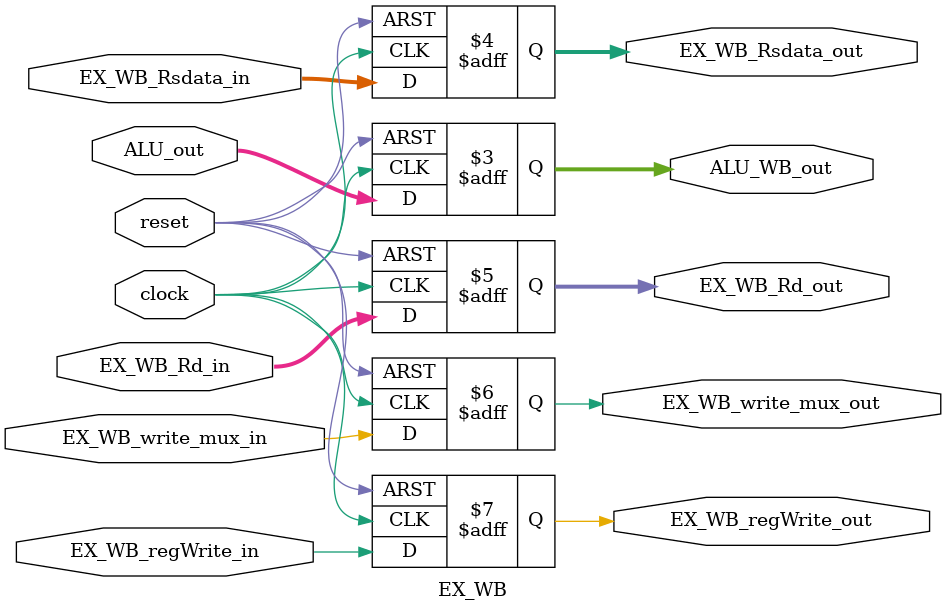
<source format=v>
module EX_WB(input clock,input reset,
  input [7:0] ALU_out,
  input [7:0] EX_WB_Rsdata_in,
  input [2:0] EX_WB_Rd_in,
  input EX_WB_write_mux_in,EX_WB_regWrite_in, 
  output reg [7:0] ALU_WB_out,
  output reg [7:0] EX_WB_Rsdata_out,
  output reg [2:0] EX_WB_Rd_out,
  output reg EX_WB_write_mux_out,EX_WB_regWrite_out);
  
  
  
  
  always@(posedge clock,negedge reset)
  begin
    if(reset==0)
      begin
        {EX_WB_write_mux_out,EX_WB_regWrite_out} <= 2'b0;
        {ALU_WB_out,EX_WB_Rsdata_out,EX_WB_Rd_out} <= 19'b0;
      end
    else
      begin
        {EX_WB_write_mux_out,EX_WB_regWrite_out} <= {EX_WB_write_mux_in,EX_WB_regWrite_in};
        {ALU_WB_out,EX_WB_Rsdata_out,EX_WB_Rd_out} <= {ALU_out,EX_WB_Rsdata_in,EX_WB_Rd_in};
      end
  end
endmodule
        
      
   
</source>
